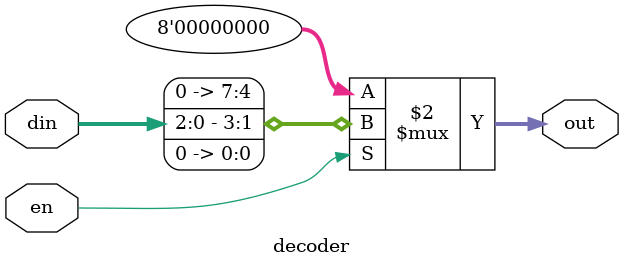
<source format=v>
module decoder(
	din,
	en,
	out);

	//---Ports declearation: generated by Robei---
	input [2:0] din;
	input en;
	output [7:0] out;

	wire [2:0] din;
	wire en;
	wire [7:0] out;

	//----Code starts here: integrated by Robei-----
	assign out = ( en ) ? ( din << 1 ) : 8'b0;
	
	
	
endmodule    //decoder


</source>
